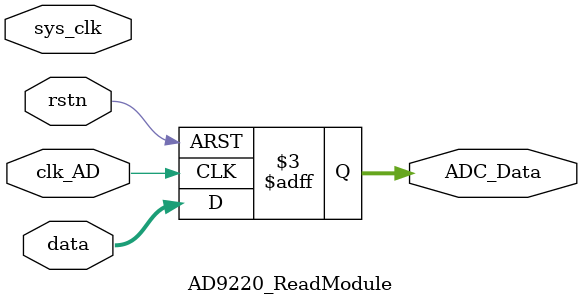
<source format=v>
module AD9220_ReadModule(
input sys_clk,
input rstn,

input clk_AD,
//input clk_260m,
input [12:0] data,


output reg [12:0]ADC_Data
);

`define clkOutPeriod  4		//????????¨¬clk_driver = clk/4 = 260M/4 = 65M
reg [2:0] clkCnt;
reg clk_driver;


//always @(posedge clk_260m or negedge rstn)
//	if(!rstn) 
//		clkCnt <= 3'd0;
//	else if(clkCnt == (`clkOutPeriod-1)) begin
//		clkCnt <= 3'd0;
//	end
//	else begin
//		clkCnt <= clkCnt + 3'd1;
//	end
	
//always @(posedge clk_260m or negedge rstn) begin
//	if(!rstn) begin
//		clk_driver <= 1'd0;
//		ADC_Data <= 13'd0;
//	end
//	else if(clkCnt == `clkOutPeriod/2-1) begin
//		clk_driver <= 1'd1;
//		ADC_Data <= ADC_Data;
//	end
//	else if(clkCnt == `clkOutPeriod-1) begin
//		clk_driver <= 1'd0;
//		ADC_Data <= ADC_Data;
//	end
//	else begin
//		clk_driver <= clk_driver;
//		ADC_Data <= ADC_Data;
//	end
//end

always @(posedge clk_AD or negedge rstn) begin
	if(!rstn) begin
		ADC_Data <= 13'd0;
	end
	else begin
		ADC_Data <= data;
	end
end

 
 

endmodule

</source>
